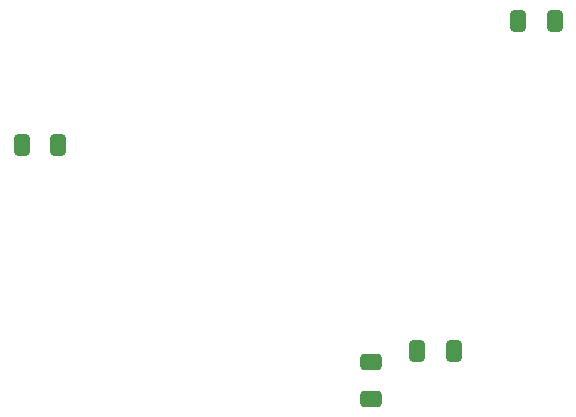
<source format=gbr>
%TF.GenerationSoftware,KiCad,Pcbnew,8.0.2*%
%TF.CreationDate,2024-06-05T21:35:29-04:00*%
%TF.ProjectId,pcb,7063622e-6b69-4636-9164-5f7063625858,rev?*%
%TF.SameCoordinates,Original*%
%TF.FileFunction,Paste,Top*%
%TF.FilePolarity,Positive*%
%FSLAX46Y46*%
G04 Gerber Fmt 4.6, Leading zero omitted, Abs format (unit mm)*
G04 Created by KiCad (PCBNEW 8.0.2) date 2024-06-05 21:35:29*
%MOMM*%
%LPD*%
G01*
G04 APERTURE LIST*
G04 Aperture macros list*
%AMRoundRect*
0 Rectangle with rounded corners*
0 $1 Rounding radius*
0 $2 $3 $4 $5 $6 $7 $8 $9 X,Y pos of 4 corners*
0 Add a 4 corners polygon primitive as box body*
4,1,4,$2,$3,$4,$5,$6,$7,$8,$9,$2,$3,0*
0 Add four circle primitives for the rounded corners*
1,1,$1+$1,$2,$3*
1,1,$1+$1,$4,$5*
1,1,$1+$1,$6,$7*
1,1,$1+$1,$8,$9*
0 Add four rect primitives between the rounded corners*
20,1,$1+$1,$2,$3,$4,$5,0*
20,1,$1+$1,$4,$5,$6,$7,0*
20,1,$1+$1,$6,$7,$8,$9,0*
20,1,$1+$1,$8,$9,$2,$3,0*%
G04 Aperture macros list end*
%ADD10RoundRect,0.250000X-0.412500X-0.650000X0.412500X-0.650000X0.412500X0.650000X-0.412500X0.650000X0*%
%ADD11RoundRect,0.250000X-0.650000X0.412500X-0.650000X-0.412500X0.650000X-0.412500X0.650000X0.412500X0*%
G04 APERTURE END LIST*
D10*
%TO.C,C1*%
X140937500Y-117000000D03*
X144062500Y-117000000D03*
%TD*%
%TO.C,C2*%
X149437500Y-89000000D03*
X152562500Y-89000000D03*
%TD*%
D11*
%TO.C,C3*%
X137000000Y-117937500D03*
X137000000Y-121062500D03*
%TD*%
D10*
%TO.C,C4*%
X107437500Y-99500000D03*
X110562500Y-99500000D03*
%TD*%
M02*

</source>
